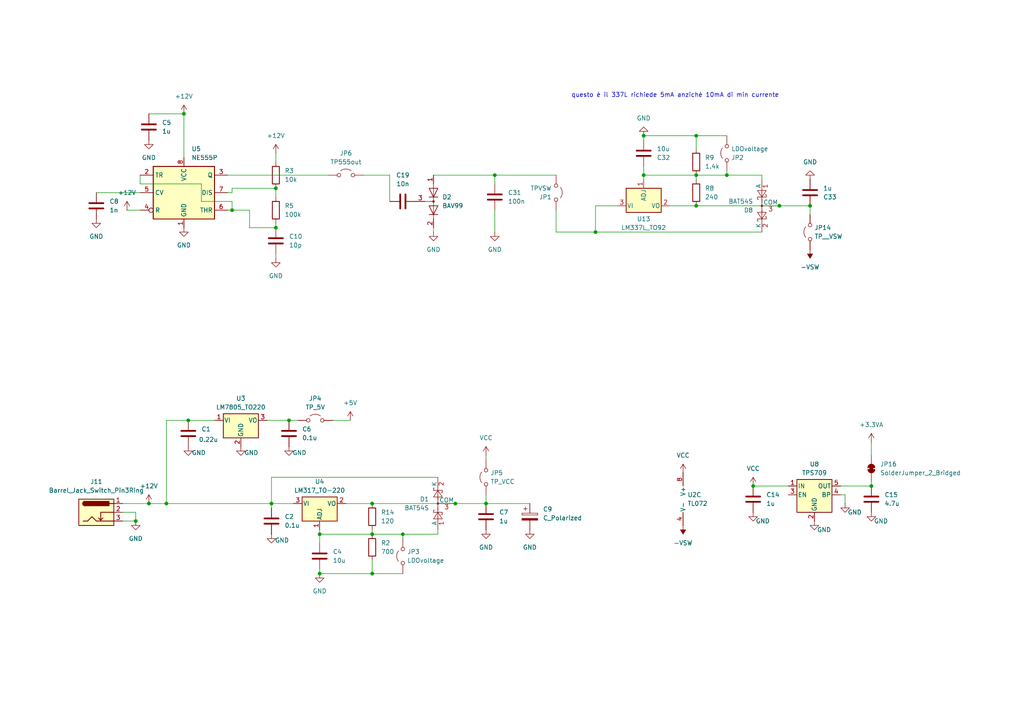
<source format=kicad_sch>
(kicad_sch (version 20231120) (generator "eeschema") (generator_version "8.0")
  (paper "A4")
  (title_block (rev "2"))
  (lib_symbols
    (symbol "Amplifier_Operational:TL072" (pin_names (offset 0.127))
      (property "Reference" "U" (at 0 5.08 0))
      (property "Value" "TL072" (at 0 -5.08 0))
      (symbol "TL072_1_1"
        (polyline (pts (xy -5.08 5.08) (xy 5.08 0) (xy -5.08 -5.08) (xy -5.08 5.08)) (stroke (width 0.254)) (fill (type background)))
        (pin output line (at 7.62 0 180) (length 2.54) (name "~") (number "1"))
        (pin input line (at -7.62 -2.54 0) (length 2.54) (name "-") (number "2"))
        (pin input line (at -7.62 2.54 0) (length 2.54) (name "+") (number "3"))
      )
      (symbol "TL072_2_1"
        (polyline (pts (xy -5.08 5.08) (xy 5.08 0) (xy -5.08 -5.08) (xy -5.08 5.08)) (stroke (width 0.254)) (fill (type background)))
        (pin input line (at -7.62 2.54 0) (length 2.54) (name "+") (number "5"))
        (pin input line (at -7.62 -2.54 0) (length 2.54) (name "-") (number "6"))
        (pin output line (at 7.62 0 180) (length 2.54) (name "~") (number "7"))
      )
      (symbol "TL072_3_1"
        (pin power_in line (at -2.54 -7.62 90) (length 3.81) (name "V-") (number "4"))
        (pin power_in line (at -2.54 7.62 270) (length 3.81) (name "V+") (number "8"))
      )
    )
    (symbol "Connector:Barrel_Jack_Switch_Pin3Ring" (pin_names hide)
      (property "Reference" "J" (at 0 5.334 0))
      (property "Value" "Barrel_Jack_Switch_Pin3Ring" (at 0 -5.08 0))
      (symbol "Barrel_Jack_Switch_Pin3Ring_0_1"
        (rectangle (start -5.08 3.81) (end 5.08 -3.81) (stroke (width 0.254)) (fill (type background)))
        (arc (start -3.302 3.175) (mid -3.9343 2.54) (end -3.302 1.905) (stroke (width 0.254)))
        (arc (start -3.302 3.175) (mid -3.9343 2.54) (end -3.302 1.905) (stroke (width 0.254)) (fill (type outline)))
        (polyline (pts (xy 1.27 -2.286) (xy 1.905 -1.651)) (stroke (width 0.254)))
        (polyline (pts (xy 5.08 2.54) (xy 3.81 2.54)) (stroke (width 0.254)))
        (polyline (pts (xy 5.08 0) (xy 1.27 0) (xy 1.27 -2.286) (xy 0.635 -1.651)) (stroke (width 0.254)))
        (polyline (pts (xy -3.81 -2.54) (xy -2.54 -2.54) (xy -1.27 -1.27) (xy 0 -2.54) (xy 2.54 -2.54) (xy 5.08 -2.54)) (stroke (width 0.254)))
        (rectangle (start 3.683 3.175) (end -3.302 1.905) (stroke (width 0.254)) (fill (type outline)))
      )
      (symbol "Barrel_Jack_Switch_Pin3Ring_1_1"
        (pin passive line (at 7.62 2.54 180) (length 2.54) (name "~") (number "1"))
        (pin passive line (at 7.62 0 180) (length 2.54) (name "~") (number "2"))
        (pin passive line (at 7.62 -2.54 180) (length 2.54) (name "~") (number "3"))
      )
    )
    (symbol "Device:C" (pin_numbers hide) (pin_names (offset 0.254))
      (property "Reference" "C" (at 0.635 2.54 0))
      (property "Value" "C" (at 0.635 -2.54 0))
      (symbol "C_0_1"
        (polyline (pts (xy -2.032 -0.762) (xy 2.032 -0.762)) (stroke (width 0.508)))
        (polyline (pts (xy -2.032 0.762) (xy 2.032 0.762)) (stroke (width 0.508)))
      )
      (symbol "C_1_1"
        (pin passive line (at 0 3.81 270) (length 2.794) (name "~") (number "1"))
        (pin passive line (at 0 -3.81 90) (length 2.794) (name "~") (number "2"))
      )
    )
    (symbol "Device:C_Polarized" (pin_numbers hide) (pin_names (offset 0.254))
      (property "Reference" "C" (at 0.635 2.54 0))
      (property "Value" "C_Polarized" (at 0.635 -2.54 0))
      (symbol "C_Polarized_0_1"
        (rectangle (start -2.286 0.508) (end 2.286 1.016))
        (polyline (pts (xy -1.778 2.286) (xy -0.762 2.286)))
        (polyline (pts (xy -1.27 2.794) (xy -1.27 1.778)))
        (rectangle (start 2.286 -0.508) (end -2.286 -1.016) (fill (type outline)))
      )
      (symbol "C_Polarized_1_1"
        (pin passive line (at 0 3.81 270) (length 2.794) (name "~") (number "1"))
        (pin passive line (at 0 -3.81 90) (length 2.794) (name "~") (number "2"))
      )
    )
    (symbol "Device:R" (pin_numbers hide) (pin_names (offset 0))
      (property "Reference" "R" (at 2.032 0 90))
      (property "Value" "R" (at 0 0 90))
      (symbol "R_0_1"
        (rectangle (start -1.016 -2.54) (end 1.016 2.54) (stroke (width 0.254)))
      )
      (symbol "R_1_1"
        (pin passive line (at 0 3.81 270) (length 1.27) (name "~") (number "1"))
        (pin passive line (at 0 -3.81 90) (length 1.27) (name "~") (number "2"))
      )
    )
    (symbol "Diode:BAT54S" (pin_names (offset 0))
      (property "Reference" "D" (at 2.54 -5.08 0))
      (property "Value" "BAT54S" (at -6.35 3.175 0))
      (symbol "BAT54S_0_1"
        (polyline (pts (xy -3.81 0) (xy -1.27 0)))
        (polyline (pts (xy -3.175 -1.27) (xy -3.175 -1.016)))
        (polyline (pts (xy -2.54 -1.27) (xy -3.175 -1.27)))
        (polyline (pts (xy -2.54 -1.27) (xy -2.54 1.27)))
        (polyline (pts (xy -2.54 1.27) (xy -1.905 1.27)))
        (polyline (pts (xy -1.905 0) (xy 1.905 0)))
        (polyline (pts (xy -1.905 1.27) (xy -1.905 1.016)))
        (polyline (pts (xy 1.27 0) (xy 3.81 0)))
        (polyline (pts (xy 3.175 -1.27) (xy 3.175 -1.016)))
        (polyline (pts (xy 3.81 -1.27) (xy 3.175 -1.27)))
        (polyline (pts (xy 3.81 -1.27) (xy 3.81 1.27)))
        (polyline (pts (xy 3.81 1.27) (xy 4.445 1.27)))
        (polyline (pts (xy 4.445 1.27) (xy 4.445 1.016)))
        (polyline (pts (xy -4.445 1.27) (xy -4.445 -1.27) (xy -2.54 0) (xy -4.445 1.27)))
        (polyline (pts (xy 1.905 1.27) (xy 1.905 -1.27) (xy 3.81 0) (xy 1.905 1.27)))
        (circle (center 0 0) (radius 0.254) (fill (type outline)))
      )
      (symbol "BAT54S_1_1"
        (pin passive line (at -7.62 0 0) (length 3.81) (name "A") (number "1"))
        (pin passive line (at 7.62 0 180) (length 3.81) (name "K") (number "2"))
        (pin passive line (at 0 -5.08 90) (length 5.08) (name "COM") (number "3"))
      )
    )
    (symbol "Diode:BAV99" (pin_names hide)
      (property "Reference" "D" (at 0 5.08 0))
      (property "Value" "BAV99" (at 0 2.54 0))
      (symbol "BAV99_0_1"
        (polyline (pts (xy -5.08 0) (xy 5.08 0)))
      )
      (symbol "BAV99_1_1"
        (polyline (pts (xy 0 0) (xy 0 -2.54)))
        (polyline (pts (xy -1.27 -1.27) (xy -1.27 1.27) (xy -1.27 1.27)) (stroke (width 0.2032)))
        (polyline (pts (xy 3.81 1.27) (xy 3.81 -1.27) (xy 3.81 -1.27)) (stroke (width 0.2032)))
        (polyline (pts (xy -3.81 1.27) (xy -1.27 0) (xy -3.81 -1.27) (xy -3.81 1.27) (xy -3.81 1.27) (xy -3.81 1.27)) (stroke (width 0.2032)))
        (polyline (pts (xy 1.27 1.27) (xy 3.81 0) (xy 1.27 -1.27) (xy 1.27 1.27) (xy 1.27 1.27) (xy 1.27 1.27)) (stroke (width 0.2032)))
        (circle (center 0 0) (radius 0.254) (fill (type outline)))
        (pin passive line (at -7.62 0 0) (length 2.54) (name "K") (number "1"))
        (pin passive line (at 7.62 0 180) (length 2.54) (name "A") (number "2"))
        (pin passive line (at 0 -5.08 90) (length 2.54) (name "K") (number "3"))
      )
    )
    (symbol "Jumper:Jumper_2_Open" (pin_numbers hide) (pin_names (offset 0) hide) (exclude_from_sim yes)
      (property "Reference" "JP" (at 0 2.794 0))
      (property "Value" "Jumper_2_Open" (at 0 -2.286 0))
      (symbol "Jumper_2_Open_0_0"
        (circle (center -2.032 0) (radius 0.508))
        (circle (center 2.032 0) (radius 0.508))
      )
      (symbol "Jumper_2_Open_0_1"
        (arc (start 1.524 1.27) (mid 0 1.778) (end -1.524 1.27))
      )
      (symbol "Jumper_2_Open_1_1"
        (pin passive line (at -5.08 0 0) (length 2.54) (name "A") (number "1"))
        (pin passive line (at 5.08 0 180) (length 2.54) (name "B") (number "2"))
      )
    )
    (symbol "Jumper:SolderJumper_2_Bridged" (pin_numbers hide) (pin_names (offset 0) hide) (exclude_from_sim yes) (in_bom no)
      (property "Reference" "JP" (at 0 2.032 0))
      (property "Value" "SolderJumper_2_Bridged" (at 0 -2.54 0))
      (symbol "SolderJumper_2_Bridged_0_1"
        (rectangle (start -0.508 0.508) (end 0.508 -0.508) (fill (type outline)))
        (arc (start -0.254 1.016) (mid -1.2656 0) (end -0.254 -1.016))
        (arc (start -0.254 1.016) (mid -1.2656 0) (end -0.254 -1.016) (fill (type outline)))
        (polyline (pts (xy -0.254 1.016) (xy -0.254 -1.016)))
        (polyline (pts (xy 0.254 1.016) (xy 0.254 -1.016)))
        (arc (start 0.254 -1.016) (mid 1.2656 0) (end 0.254 1.016))
        (arc (start 0.254 -1.016) (mid 1.2656 0) (end 0.254 1.016) (fill (type outline)))
      )
      (symbol "SolderJumper_2_Bridged_1_1"
        (pin passive line (at -3.81 0 0) (length 2.54) (name "A") (number "1"))
        (pin passive line (at 3.81 0 180) (length 2.54) (name "B") (number "2"))
      )
    )
    (symbol "Regulator_Linear:LM317_TO-220" (pin_names (offset 0.254))
      (property "Reference" "U" (at -3.81 3.175 0))
      (property "Value" "LM317_TO-220" (at 0 3.175 0))
      (symbol "LM317_TO-220_0_1"
        (rectangle (start -5.08 1.905) (end 5.08 -5.08) (stroke (width 0.254)) (fill (type background)))
      )
      (symbol "LM317_TO-220_1_1"
        (pin input line (at 0 -7.62 90) (length 2.54) (name "ADJ") (number "1"))
        (pin power_out line (at 7.62 0 180) (length 2.54) (name "VO") (number "2"))
        (pin power_in line (at -7.62 0 0) (length 2.54) (name "VI") (number "3"))
      )
    )
    (symbol "Regulator_Linear:LM337L_TO92" (pin_names (offset 0.254))
      (property "Reference" "U" (at -3.81 -3.175 0))
      (property "Value" "LM337L_TO92" (at 0 -3.175 0))
      (symbol "LM337L_TO92_0_1"
        (rectangle (start -5.08 5.08) (end 5.08 -1.905) (stroke (width 0.254)) (fill (type background)))
      )
      (symbol "LM337L_TO92_1_1"
        (pin input line (at 0 7.62 270) (length 2.54) (name "ADJ") (number "1"))
        (pin power_out line (at 7.62 0 180) (length 2.54) (name "VO") (number "2"))
        (pin power_in line (at -7.62 0 0) (length 2.54) (name "VI") (number "3"))
      )
    )
    (symbol "Regulator_Linear:LM7805_TO220" (pin_names (offset 0.254))
      (property "Reference" "U" (at -3.81 3.175 0))
      (property "Value" "LM7805_TO220" (at 0 3.175 0))
      (symbol "LM7805_TO220_0_1"
        (rectangle (start -5.08 1.905) (end 5.08 -5.08) (stroke (width 0.254)) (fill (type background)))
      )
      (symbol "LM7805_TO220_1_1"
        (pin power_in line (at -7.62 0 0) (length 2.54) (name "VI") (number "1"))
        (pin power_in line (at 0 -7.62 90) (length 2.54) (name "GND") (number "2"))
        (pin power_out line (at 7.62 0 180) (length 2.54) (name "VO") (number "3"))
      )
    )
    (symbol "Regulator_Linear:MIC5219-2.7YM5" (pin_names (offset 0.254))
      (property "Reference" "U" (at -3.81 5.715 0))
      (property "Value" "MIC5219-2.7YM5" (at 0 5.715 0))
      (symbol "MIC5219-2.7YM5_0_1"
        (rectangle (start -5.08 4.445) (end 5.08 -5.08) (stroke (width 0.254)) (fill (type background)))
      )
      (symbol "MIC5219-2.7YM5_1_1"
        (pin power_in line (at -7.62 2.54 0) (length 2.54) (name "IN") (number "1"))
        (pin power_in line (at 0 -7.62 90) (length 2.54) (name "GND") (number "2"))
        (pin input line (at -7.62 0 0) (length 2.54) (name "EN") (number "3"))
        (pin input line (at 7.62 0 180) (length 2.54) (name "BP") (number "4"))
        (pin power_out line (at 7.62 2.54 180) (length 2.54) (name "OUT") (number "5"))
      )
    )
    (symbol "Timer:NE555P"
      (property "Reference" "U" (at -10.16 8.89 0))
      (property "Value" "NE555P" (at 2.54 8.89 0))
      (symbol "NE555P_0_0"
        (pin power_in line (at 0 -10.16 90) (length 2.54) (name "GND") (number "1"))
        (pin power_in line (at 0 10.16 270) (length 2.54) (name "VCC") (number "8"))
      )
      (symbol "NE555P_0_1"
        (rectangle (start -8.89 -7.62) (end 8.89 7.62) (stroke (width 0.254)) (fill (type background)))
        (rectangle (start -8.89 -7.62) (end 8.89 7.62) (stroke (width 0.254)) (fill (type background)))
      )
      (symbol "NE555P_1_1"
        (pin input line (at -12.7 5.08 0) (length 3.81) (name "TR") (number "2"))
        (pin output line (at 12.7 5.08 180) (length 3.81) (name "Q") (number "3"))
        (pin input inverted (at -12.7 -5.08 0) (length 3.81) (name "R") (number "4"))
        (pin input line (at -12.7 0 0) (length 3.81) (name "CV") (number "5"))
        (pin input line (at 12.7 -5.08 180) (length 3.81) (name "THR") (number "6"))
        (pin input line (at 12.7 0 180) (length 3.81) (name "DIS") (number "7"))
      )
    )
    (symbol "power:+12V" (power) (pin_numbers hide) (pin_names (offset 0) hide)
      (property "Value" "+12V" (at 0 3.556 0))
      (symbol "+12V_0_1"
        (polyline (pts (xy -0.762 1.27) (xy 0 2.54)))
        (polyline (pts (xy 0 0) (xy 0 2.54)))
        (polyline (pts (xy 0 2.54) (xy 0.762 1.27)))
      )
      (symbol "+12V_1_1"
        (pin power_in line (at 0 0 90) (length 0) (name "~") (number "1"))
      )
    )
    (symbol "power:+3.3VA" (power) (pin_numbers hide) (pin_names (offset 0) hide)
      (property "Value" "+3.3VA" (at 0 3.556 0))
      (symbol "+3.3VA_0_1"
        (polyline (pts (xy -0.762 1.27) (xy 0 2.54)))
        (polyline (pts (xy 0 0) (xy 0 2.54)))
        (polyline (pts (xy 0 2.54) (xy 0.762 1.27)))
      )
      (symbol "+3.3VA_1_1"
        (pin power_in line (at 0 0 90) (length 0) (name "~") (number "1"))
      )
    )
    (symbol "power:+5V" (power) (pin_numbers hide) (pin_names (offset 0) hide)
      (property "Value" "+5V" (at 0 3.556 0))
      (symbol "+5V_0_1"
        (polyline (pts (xy -0.762 1.27) (xy 0 2.54)))
        (polyline (pts (xy 0 0) (xy 0 2.54)))
        (polyline (pts (xy 0 2.54) (xy 0.762 1.27)))
      )
      (symbol "+5V_1_1"
        (pin power_in line (at 0 0 90) (length 0) (name "~") (number "1"))
      )
    )
    (symbol "power:-VSW" (power) (pin_numbers hide) (pin_names (offset 0) hide)
      (property "Value" "-VSW" (at 0 3.556 0))
      (symbol "-VSW_0_0"
        (pin power_in line (at 0 0 90) (length 0) (name "~") (number "1"))
      )
      (symbol "-VSW_0_1"
        (polyline (pts (xy 0 0) (xy 0 1.27) (xy 0.762 1.27) (xy 0 2.54) (xy -0.762 1.27) (xy 0 1.27)) (fill (type outline)))
      )
    )
    (symbol "power:GND" (power) (pin_numbers hide) (pin_names (offset 0) hide)
      (property "Value" "GND" (at 0 -3.81 0))
      (symbol "GND_0_1"
        (polyline (pts (xy 0 0) (xy 0 -1.27) (xy 1.27 -1.27) (xy 0 -2.54) (xy -1.27 -1.27) (xy 0 -1.27)))
      )
      (symbol "GND_1_1"
        (pin power_in line (at 0 0 270) (length 0) (name "~") (number "1"))
      )
    )
    (symbol "power:VCC" (power) (pin_numbers hide) (pin_names (offset 0) hide)
      (property "Value" "VCC" (at 0 3.556 0))
      (symbol "VCC_0_1"
        (polyline (pts (xy -0.762 1.27) (xy 0 2.54)))
        (polyline (pts (xy 0 0) (xy 0 2.54)))
        (polyline (pts (xy 0 2.54) (xy 0.762 1.27)))
      )
      (symbol "VCC_1_1"
        (pin power_in line (at 0 0 90) (length 0) (name "~") (number "1"))
      )
    )
  )
  (junction (at 80.01 66.04))
  (junction (at 201.93 59.69))
  (junction (at 201.93 50.8))
  (junction (at 80.01 54.61))
  (junction (at 186.69 39.37))
  (junction (at 107.95 154.94))
  (junction (at 92.71 154.94))
  (junction (at 107.95 146.05))
  (junction (at 48.26 146.05))
  (junction (at 92.71 166.37))
  (junction (at 67.31 60.96))
  (junction (at 186.69 50.8))
  (junction (at 140.97 146.05))
  (junction (at 107.95 166.37))
  (junction (at 143.51 50.8))
  (junction (at 132.08 146.05))
  (junction (at 78.74 146.05))
  (junction (at 252.73 140.97))
  (junction (at 116.84 154.94))
  (junction (at 39.37 151.13))
  (junction (at 54.61 121.92))
  (junction (at 43.18 146.05))
  (junction (at 53.34 33.02))
  (junction (at 201.93 39.37))
  (junction (at 172.72 67.31))
  (junction (at 234.95 59.69))
  (junction (at 218.44 140.97))
  (junction (at 210.82 50.8))
  (junction (at 226.06 59.69))
  (junction (at 83.82 121.92))
  (wire (pts (xy 67.31 58.42) (xy 67.31 60.96)))
  (wire (pts (xy 39.37 148.59) (xy 39.37 151.13)))
  (wire (pts (xy 48.26 121.92) (xy 54.61 121.92)))
  (wire (pts (xy 210.82 50.8) (xy 210.82 49.53)))
  (wire (pts (xy 80.01 44.45) (xy 80.01 46.99)))
  (wire (pts (xy 201.93 39.37) (xy 210.82 39.37)))
  (wire (pts (xy 140.97 146.05) (xy 153.67 146.05)))
  (wire (pts (xy 35.56 151.13) (xy 39.37 151.13)))
  (wire (pts (xy 35.56 146.05) (xy 43.18 146.05)))
  (wire (pts (xy 132.08 146.05) (xy 140.97 146.05)))
  (wire (pts (xy 83.82 121.92) (xy 86.36 121.92)))
  (wire (pts (xy 58.42 58.42) (xy 67.31 58.42)))
  (wire (pts (xy 92.71 153.67) (xy 92.71 154.94)))
  (wire (pts (xy 186.69 50.8) (xy 201.93 50.8)))
  (wire (pts (xy 43.18 33.02) (xy 53.34 33.02)))
  (wire (pts (xy 96.52 121.92) (xy 101.6 121.92)))
  (wire (pts (xy 127 138.43) (xy 78.74 138.43)))
  (wire (pts (xy 161.29 67.31) (xy 172.72 67.31)))
  (wire (pts (xy 186.69 50.8) (xy 186.69 48.26)))
  (wire (pts (xy 67.31 54.61) (xy 80.01 54.61)))
  (wire (pts (xy 201.93 50.8) (xy 201.93 52.07)))
  (wire (pts (xy 77.47 121.92) (xy 83.82 121.92)))
  (wire (pts (xy 67.31 60.96) (xy 72.39 60.96)))
  (wire (pts (xy 161.29 50.8) (xy 143.51 50.8)))
  (wire (pts (xy 125.73 50.8) (xy 143.51 50.8)))
  (wire (pts (xy 72.39 66.04) (xy 80.01 66.04)))
  (wire (pts (xy 127 154.94) (xy 127 153.67)))
  (wire (pts (xy 243.84 143.51) (xy 245.11 143.51)))
  (wire (pts (xy 53.34 33.02) (xy 53.34 45.72)))
  (wire (pts (xy 143.51 60.96) (xy 143.51 67.31)))
  (wire (pts (xy 201.93 43.18) (xy 201.93 39.37)))
  (wire (pts (xy 201.93 50.8) (xy 210.82 50.8)))
  (wire (pts (xy 48.26 146.05) (xy 78.74 146.05)))
  (wire (pts (xy 172.72 67.31) (xy 172.72 59.69)))
  (wire (pts (xy 220.98 67.31) (xy 172.72 67.31)))
  (wire (pts (xy 80.01 73.66) (xy 80.01 74.93)))
  (wire (pts (xy 125.73 66.04) (xy 125.73 67.31)))
  (wire (pts (xy 172.72 59.69) (xy 179.07 59.69)))
  (wire (pts (xy 72.39 60.96) (xy 72.39 66.04)))
  (wire (pts (xy 186.69 52.07) (xy 186.69 50.8)))
  (wire (pts (xy 78.74 146.05) (xy 78.74 147.32)))
  (wire (pts (xy 54.61 121.92) (xy 62.23 121.92)))
  (wire (pts (xy 80.01 54.61) (xy 80.01 57.15)))
  (wire (pts (xy 107.95 154.94) (xy 107.95 153.67)))
  (wire (pts (xy 252.73 128.27) (xy 252.73 132.08)))
  (wire (pts (xy 48.26 121.92) (xy 48.26 146.05)))
  (wire (pts (xy 218.44 140.97) (xy 228.6 140.97)))
  (wire (pts (xy 194.31 59.69) (xy 201.93 59.69)))
  (wire (pts (xy 107.95 162.56) (xy 107.95 166.37)))
  (wire (pts (xy 140.97 132.08) (xy 140.97 133.35)))
  (wire (pts (xy 220.98 50.8) (xy 220.98 52.07)))
  (wire (pts (xy 116.84 154.94) (xy 116.84 156.21)))
  (wire (pts (xy 92.71 154.94) (xy 107.95 154.94)))
  (wire (pts (xy 100.33 146.05) (xy 107.95 146.05)))
  (wire (pts (xy 161.29 60.96) (xy 161.29 67.31)))
  (wire (pts (xy 234.95 62.23) (xy 234.95 59.69)))
  (wire (pts (xy 66.04 55.88) (xy 67.31 55.88)))
  (wire (pts (xy 107.95 166.37) (xy 116.84 166.37)))
  (wire (pts (xy 78.74 146.05) (xy 85.09 146.05)))
  (wire (pts (xy 201.93 59.69) (xy 226.06 59.69)))
  (wire (pts (xy 245.11 143.51) (xy 245.11 146.05)))
  (wire (pts (xy 226.06 59.69) (xy 234.95 59.69)))
  (wire (pts (xy 67.31 55.88) (xy 67.31 54.61)))
  (wire (pts (xy 140.97 143.51) (xy 140.97 146.05)))
  (wire (pts (xy 113.03 50.8) (xy 113.03 58.42)))
  (wire (pts (xy 78.74 138.43) (xy 78.74 146.05)))
  (wire (pts (xy 105.41 50.8) (xy 113.03 50.8)))
  (wire (pts (xy 66.04 60.96) (xy 67.31 60.96)))
  (wire (pts (xy 92.71 154.94) (xy 92.71 157.48)))
  (wire (pts (xy 243.84 140.97) (xy 252.73 140.97)))
  (wire (pts (xy 66.04 50.8) (xy 95.25 50.8)))
  (wire (pts (xy 186.69 40.64) (xy 186.69 39.37)))
  (wire (pts (xy 58.42 53.34) (xy 58.42 58.42)))
  (wire (pts (xy 40.64 50.8) (xy 40.64 53.34)))
  (wire (pts (xy 43.18 146.05) (xy 48.26 146.05)))
  (wire (pts (xy 107.95 146.05) (xy 132.08 146.05)))
  (wire (pts (xy 107.95 154.94) (xy 116.84 154.94)))
  (wire (pts (xy 210.82 50.8) (xy 220.98 50.8)))
  (wire (pts (xy 143.51 50.8) (xy 143.51 53.34)))
  (wire (pts (xy 40.64 53.34) (xy 58.42 53.34)))
  (wire (pts (xy 92.71 166.37) (xy 107.95 166.37)))
  (wire (pts (xy 36.83 60.96) (xy 40.64 60.96)))
  (wire (pts (xy 35.56 148.59) (xy 39.37 148.59)))
  (wire (pts (xy 27.94 55.88) (xy 40.64 55.88)))
  (wire (pts (xy 92.71 165.1) (xy 92.71 166.37)))
  (wire (pts (xy 186.69 39.37) (xy 201.93 39.37)))
  (wire (pts (xy 116.84 154.94) (xy 127 154.94)))
  (wire (pts (xy 80.01 66.04) (xy 80.01 64.77)))
  (wire (pts (xy 252.73 139.7) (xy 252.73 140.97)))
  (text "questo è il 337L richiede 5mA anzichè 10mA di min currente" (at 195.834 27.686 0) (effects (font (size 1.27 1.27))))
  (symbol (lib_id "power:GND") (at 252.73 148.59 0) (unit 1)
    (property "Reference" "#PWR044" (effects (hide yes)))
    (property "Value" "GND" (at 255.524 151.13 0))
    (property "Description" "Power symbol creates a global label with name \"GND\" , ground" (effects (hide yes)))
  )
  (symbol (lib_id "power:GND") (at 39.37 151.13 0) (unit 1)
    (property "Reference" "#PWR0110" (effects (hide yes)))
    (property "Value" "GND" (at 39.37 156.21 0))
    (property "Description" "Power symbol creates a global label with name \"GND\" , ground" (effects (hide yes)))
  )
  (symbol (lib_id "Device:C") (at 80.01 69.85 0) (unit 1)
    (property "Reference" "C10" (at 83.82 68.5799 0) (effects (justify left)))
    (property "Value" "10p" (at 83.82 71.1199 0) (effects (justify left)))
    (property "Footprint" "Capacitor_SMD:C_0805_2012Metric_Pad1.18x1.45mm_HandSolder" (effects (hide yes)))
    (property "Description" "Unpolarized capacitor" (effects (hide yes)))
  )
  (symbol (lib_id "power:VCC") (at 218.44 140.97 0) (unit 1)
    (property "Reference" "#PWR04" (effects (hide yes)))
    (property "Value" "VCC" (at 218.44 135.89 0))
    (property "Description" "Power symbol creates a global label with name \"VCC\"" (effects (hide yes)))
  )
  (symbol (lib_id "power:GND") (at 143.51 67.31 0) (unit 1)
    (property "Reference" "#PWR0100" (effects (hide yes)))
    (property "Value" "GND" (at 143.51 72.39 0))
    (property "Description" "Power symbol creates a global label with name \"GND\" , ground" (effects (hide yes)))
  )
  (symbol (lib_id "Device:C") (at 78.74 151.13 0) (unit 1)
    (property "Reference" "C2" (at 82.55 149.8599 0) (effects (justify left)))
    (property "Value" "0.1u" (at 82.55 152.3999 0) (effects (justify left)))
    (property "Footprint" "Capacitor_SMD:C_0805_2012Metric_Pad1.18x1.45mm_HandSolder" (effects (hide yes)))
    (property "Description" "Unpolarized capacitor" (effects (hide yes)))
  )
  (symbol (lib_id "Device:C") (at 27.94 59.69 0) (unit 1)
    (property "Reference" "C8" (at 31.75 58.4199 0) (effects (justify left)))
    (property "Value" "1n" (at 31.75 60.9599 0) (effects (justify left)))
    (property "Footprint" "Capacitor_SMD:C_0805_2012Metric_Pad1.18x1.45mm_HandSolder" (effects (hide yes)))
    (property "Description" "Unpolarized capacitor" (effects (hide yes)))
  )
  (symbol (lib_id "Device:R") (at 107.95 149.86 0) (unit 1)
    (property "Reference" "R14" (at 110.49 148.5899 0) (effects (justify left)))
    (property "Value" "120	" (at 110.49 151.1299 0) (effects (justify left)))
    (property "Footprint" "Resistor_SMD:R_0805_2012Metric_Pad1.20x1.40mm_HandSolder" (effects (hide yes)))
    (property "Description" "Resistor" (effects (hide yes)))
  )
  (symbol (lib_id "Regulator_Linear:MIC5219-2.7YM5") (at 236.22 143.51 0) (unit 1)
    (property "Reference" "U8" (at 236.22 134.62 0))
    (property "Value" "TPS709" (at 236.22 137.16 0))
    (property "Footprint" "Package_TO_SOT_SMD:SOT-23-5_HandSoldering" (effects (hide yes)))
    (property "Datasheet" "http://ww1.microchip.com/downloads/en/DeviceDoc/MIC5219-500mA-Peak-Output-LDO-Regulator-DS20006021A.pdf" (effects (hide yes)))
    (property "Description" "500mA low dropout linear regulator, fixed 2.7V output, SOT-23-5" (effects (hide yes)))
  )
  (symbol (lib_id "Device:C") (at 234.95 55.88 0) (mirror x) (unit 1)
    (property "Reference" "C33" (at 238.76 57.1501 0) (effects (justify left)))
    (property "Value" "1u" (at 238.76 54.6101 0) (effects (justify left)))
    (property "Footprint" "Capacitor_SMD:C_0805_2012Metric_Pad1.18x1.45mm_HandSolder" (effects (hide yes)))
    (property "Description" "Unpolarized capacitor" (effects (hide yes)))
  )
  (symbol (lib_id "Amplifier_Operational:TL072") (at 200.66 144.78 0) (unit 3)
    (property "Reference" "U2" (at 199.39 143.5099 0) (effects (justify left)))
    (property "Value" "TL072" (at 199.39 146.0499 0) (effects (justify left)))
    (property "Footprint" "Package_DIP:DIP-8_W7.62mm_Socket" (effects (hide yes)))
    (property "Datasheet" "http://www.ti.com/lit/ds/symlink/tl071.pdf" (effects (hide yes)))
    (property "Description" "Dual Low-Noise JFET-Input Operational Amplifiers, DIP-8/SOIC-8" (effects (hide yes)))
  )
  (symbol (lib_id "Device:R") (at 107.95 158.75 0) (unit 1)
    (property "Reference" "R2" (at 110.49 157.4799 0) (effects (justify left)))
    (property "Value" "700" (at 110.49 160.0199 0) (effects (justify left)))
    (property "Footprint" "Resistor_SMD:R_0805_2012Metric_Pad1.20x1.40mm_HandSolder" (effects (hide yes)))
    (property "Description" "Resistor" (effects (hide yes)))
  )
  (symbol (lib_id "Device:C_Polarized") (at 153.67 149.86 0) (unit 1)
    (property "Reference" "C9" (at 157.48 147.7009 0) (effects (justify left)))
    (property "Value" "C_Polarized" (at 157.48 150.2409 0) (effects (justify left)))
    (property "Footprint" "Capacitor_THT:C_Radial_D5.0mm_H11.0mm_P2.00mm" (effects (hide yes)))
    (property "Description" "Polarized capacitor" (effects (hide yes)))
  )
  (symbol (lib_id "Device:C") (at 116.84 58.42 90) (unit 1)
    (property "Reference" "C19" (at 116.84 50.8 90))
    (property "Value" "10n" (at 116.84 53.34 90))
    (property "Footprint" "Capacitor_SMD:C_0805_2012Metric_Pad1.18x1.45mm_HandSolder" (effects (hide yes)))
    (property "Description" "Unpolarized capacitor" (effects (hide yes)))
  )
  (symbol (lib_id "power:GND") (at 53.34 66.04 0) (unit 1)
    (property "Reference" "#PWR097" (effects (hide yes)))
    (property "Value" "GND" (at 53.34 71.12 0))
    (property "Description" "Power symbol creates a global label with name \"GND\" , ground" (effects (hide yes)))
  )
  (symbol (lib_id "Regulator_Linear:LM317_TO-220") (at 92.71 146.05 0) (unit 1)
    (property "Reference" "U4" (at 92.71 139.7 0))
    (property "Value" "LM317_TO-220" (at 92.71 142.24 0))
    (property "Footprint" "Package_TO_SOT_THT:TO-220-3_Vertical" (effects (hide yes)))
    (property "Datasheet" "http://www.ti.com/lit/ds/symlink/lm317.pdf" (effects (hide yes)))
    (property "Description" "1.5A 35V Adjustable Linear Regulator, TO-220" (effects (hide yes)))
  )
  (symbol (lib_id "power:GND") (at 140.97 153.67 0) (unit 1)
    (property "Reference" "#PWR024" (effects (hide yes)))
    (property "Value" "GND" (at 140.97 158.75 0))
    (property "Description" "Power symbol creates a global label with name \"GND\" , ground" (effects (hide yes)))
  )
  (symbol (lib_id "Device:C") (at 143.51 57.15 0) (unit 1)
    (property "Reference" "C31" (at 147.32 55.8799 0) (effects (justify left)))
    (property "Value" "100n" (at 147.32 58.4199 0) (effects (justify left)))
    (property "Footprint" "Capacitor_SMD:C_0805_2012Metric_Pad1.18x1.45mm_HandSolder" (effects (hide yes)))
    (property "Description" "Unpolarized capacitor" (effects (hide yes)))
  )
  (symbol (lib_id "power:VCC") (at 198.12 137.16 0) (unit 1)
    (property "Reference" "#PWR012" (effects (hide yes)))
    (property "Value" "VCC" (at 198.12 132.08 0))
    (property "Description" "Power symbol creates a global label with name \"VCC\"" (effects (hide yes)))
  )
  (symbol (lib_id "power:GND") (at 69.85 129.54 0) (unit 1)
    (property "Reference" "#PWR08" (effects (hide yes)))
    (property "Value" "GND" (at 72.898 131.318 0))
    (property "Description" "Power symbol creates a global label with name \"GND\" , ground" (effects (hide yes)))
  )
  (symbol (lib_id "Device:C") (at 43.18 36.83 0) (unit 1)
    (property "Reference" "C5" (at 46.99 35.5599 0) (effects (justify left)))
    (property "Value" "1u" (at 46.99 38.0999 0) (effects (justify left)))
    (property "Footprint" "Capacitor_SMD:C_0805_2012Metric_Pad1.18x1.45mm_HandSolder" (effects (hide yes)))
    (property "Description" "Unpolarized capacitor" (effects (hide yes)))
  )
  (symbol (lib_id "Diode:BAV99") (at 125.73 58.42 270) (unit 1)
    (property "Reference" "D2" (at 128.27 57.1499 90) (effects (justify left)))
    (property "Value" "BAV99" (at 128.27 59.6899 90) (effects (justify left)))
    (property "Footprint" "Package_TO_SOT_SMD:SOT-23_Handsoldering" (effects (hide yes)))
    (property "Datasheet" "https://assets.nexperia.com/documents/data-sheet/BAV99_SER.pdf" (effects (hide yes)))
    (property "Description" "BAV99 High-speed switching diodes, SOT-23" (effects (hide yes)))
  )
  (symbol (lib_id "Connector:Barrel_Jack_Switch_Pin3Ring") (at 27.94 148.59 0) (unit 1)
    (property "Reference" "J11" (at 27.94 139.7 0))
    (property "Value" "Barrel_Jack_Switch_Pin3Ring" (at 27.94 142.24 0))
    (property "Footprint" "Connector_BarrelJack:BarrelJack_Kycon_KLDX-0202-xC_Horizontal" (effects (hide yes)))
    (property "Description" "DC Barrel Jack with an internal switch" (effects (hide yes)))
  )
  (symbol (lib_id "power:+12V") (at 36.83 60.96 0) (unit 1)
    (property "Reference" "#PWR028" (effects (hide yes)))
    (property "Value" "+12V" (at 36.83 55.88 0))
    (property "Description" "Power symbol creates a global label with name \"+12V\"" (effects (hide yes)))
  )
  (symbol (lib_id "power:+3.3VA") (at 252.73 128.27 0) (unit 1)
    (property "Reference" "#PWR051" (effects (hide yes)))
    (property "Value" "+3.3VA" (at 252.73 123.19 0))
    (property "Description" "Power symbol creates a global label with name \"+3.3VA\"" (effects (hide yes)))
  )
  (symbol (lib_id "Regulator_Linear:LM337L_TO92") (at 186.69 59.69 0) (unit 1)
    (property "Reference" "U13" (at 186.69 63.5 0))
    (property "Value" "LM337L_TO92" (at 186.69 66.04 0))
    (property "Footprint" "Package_TO_SOT_THT:TO-92" (effects (hide yes)))
    (property "Datasheet" "http://www.ti.com/lit/ds/symlink/lm337l.pdf" (effects (hide yes)))
    (property "Description" "Negative 100mA 35V Adjustable Linear Regulator, TO-92" (effects (hide yes)))
  )
  (symbol (lib_id "power:+12V") (at 53.34 33.02 0) (unit 1)
    (property "Reference" "#PWR014" (effects (hide yes)))
    (property "Value" "+12V" (at 53.34 27.94 0))
    (property "Description" "Power symbol creates a global label with name \"+12V\"" (effects (hide yes)))
  )
  (symbol (lib_id "power:GND") (at 218.44 148.59 0) (unit 1)
    (property "Reference" "#PWR050" (effects (hide yes)))
    (property "Value" "GND" (at 221.234 151.13 0))
    (property "Description" "Power symbol creates a global label with name \"GND\" , ground" (effects (hide yes)))
  )
  (symbol (lib_id "power:+12V") (at 80.01 44.45 0) (unit 1)
    (property "Reference" "#PWR096" (effects (hide yes)))
    (property "Value" "+12V" (at 80.01 39.37 0))
    (property "Description" "Power symbol creates a global label with name \"+12V\"" (effects (hide yes)))
  )
  (symbol (lib_id "Jumper:Jumper_2_Open") (at 210.82 44.45 90) (mirror x) (unit 1) (exclude_from_sim yes)
    (property "Reference" "JP2" (at 212.09 45.7201 90) (effects (justify right)))
    (property "Value" "LDOvoltage" (at 212.09 43.1801 90) (effects (justify right)))
    (property "Footprint" "Connector_PinSocket_2.54mm:PinSocket_1x02_P2.54mm_Vertical" (effects (hide yes)))
    (property "Description" "Jumper, 2-pole, open" (effects (hide yes)))
  )
  (symbol (lib_id "power:VCC") (at 140.97 132.08 0) (unit 1)
    (property "Reference" "#PWR02" (effects (hide yes)))
    (property "Value" "VCC" (at 140.97 127 0))
    (property "Description" "Power symbol creates a global label with name \"VCC\"" (effects (hide yes)))
  )
  (symbol (lib_id "Jumper:Jumper_2_Open") (at 234.95 67.31 90) (mirror x) (unit 1) (exclude_from_sim yes)
    (property "Reference" "JP14" (at 236.22 66.0399 90) (effects (justify right)))
    (property "Value" "TP__VSW" (at 236.22 68.5799 90) (effects (justify right)))
    (property "Footprint" "Connector_PinSocket_2.54mm:PinSocket_1x02_P2.54mm_Vertical" (effects (hide yes)))
    (property "Description" "Jumper, 2-pole, open" (effects (hide yes)))
  )
  (symbol (lib_id "power:+5V") (at 101.6 121.92 0) (unit 1)
    (property "Reference" "#PWR09" (effects (hide yes)))
    (property "Value" "+5V" (at 101.6 116.84 0))
    (property "Description" "Power symbol creates a global label with name \"+5V\"" (effects (hide yes)))
  )
  (symbol (lib_id "Jumper:Jumper_2_Open") (at 91.44 121.92 0) (unit 1) (exclude_from_sim yes)
    (property "Reference" "JP4" (at 91.44 115.57 0))
    (property "Value" "TP_5V" (at 91.44 118.11 0))
    (property "Footprint" "Connector_PinSocket_2.54mm:PinSocket_1x02_P2.54mm_Vertical" (effects (hide yes)))
    (property "Description" "Jumper, 2-pole, open" (effects (hide yes)))
  )
  (symbol (lib_id "Device:C") (at 252.73 144.78 0) (unit 1)
    (property "Reference" "C15" (at 256.54 143.5099 0) (effects (justify left)))
    (property "Value" "4.7u" (at 256.54 146.0499 0) (effects (justify left)))
    (property "Footprint" "Capacitor_SMD:C_0805_2012Metric_Pad1.18x1.45mm_HandSolder" (effects (hide yes)))
    (property "Description" "Unpolarized capacitor" (effects (hide yes)))
  )
  (symbol (lib_id "power:GND") (at 236.22 151.13 0) (unit 1)
    (property "Reference" "#PWR048" (effects (hide yes)))
    (property "Value" "GND" (at 239.014 153.67 0))
    (property "Description" "Power symbol creates a global label with name \"GND\" , ground" (effects (hide yes)))
  )
  (symbol (lib_id "Device:C") (at 83.82 125.73 0) (unit 1)
    (property "Reference" "C6" (at 87.63 124.4599 0) (effects (justify left)))
    (property "Value" "0.1u" (at 87.63 126.9999 0) (effects (justify left)))
    (property "Footprint" "Capacitor_SMD:C_0805_2012Metric_Pad1.18x1.45mm_HandSolder" (effects (hide yes)))
    (property "Description" "Unpolarized capacitor" (effects (hide yes)))
  )
  (symbol (lib_id "Jumper:SolderJumper_2_Bridged") (at 252.73 135.89 90) (unit 1) (exclude_from_sim yes) (in_bom no)
    (property "Reference" "JP16" (at 255.27 134.6199 90) (effects (justify right)))
    (property "Value" "SolderJumper_2_Bridged" (at 255.27 137.1599 90) (effects (justify right)))
    (property "Footprint" "Jumper:SolderJumper-2_P1.3mm_Bridged_RoundedPad1.0x1.5mm" (effects (hide yes)))
    (property "Description" "Solder Jumper, 2-pole, closed/bridged" (effects (hide yes)))
  )
  (symbol (lib_id "power:GND") (at 92.71 166.37 0) (unit 1)
    (property "Reference" "#PWR03" (effects (hide yes)))
    (property "Value" "GND" (at 92.71 171.45 0))
    (property "Description" "Power symbol creates a global label with name \"GND\" , ground" (effects (hide yes)))
  )
  (symbol (lib_id "power:-VSW") (at 234.95 72.39 180) (unit 1)
    (property "Reference" "#PWR0101" (effects (hide yes)))
    (property "Value" "-VSW" (at 234.95 77.47 0))
    (property "Description" "Power symbol creates a global label with name \"-VSW\"" (effects (hide yes)))
  )
  (symbol (lib_id "power:-VSW") (at 198.12 152.4 180) (unit 1)
    (property "Reference" "#PWR013" (effects (hide yes)))
    (property "Value" "-VSW" (at 198.12 157.48 0))
    (property "Description" "Power symbol creates a global label with name \"-VSW\"" (effects (hide yes)))
  )
  (symbol (lib_id "power:GND") (at 245.11 146.05 0) (unit 1)
    (property "Reference" "#PWR0103" (effects (hide yes)))
    (property "Value" "GND" (at 247.904 148.59 0))
    (property "Description" "Power symbol creates a global label with name \"GND\" , ground" (effects (hide yes)))
  )
  (symbol (lib_id "Device:C") (at 186.69 44.45 0) (mirror x) (unit 1)
    (property "Reference" "C32" (at 190.5 45.7201 0) (effects (justify left)))
    (property "Value" "10u" (at 190.5 43.1801 0) (effects (justify left)))
    (property "Footprint" "Capacitor_SMD:C_0805_2012Metric_Pad1.18x1.45mm_HandSolder" (effects (hide yes)))
    (property "Description" "Unpolarized capacitor" (effects (hide yes)))
  )
  (symbol (lib_id "Device:R") (at 80.01 50.8 0) (unit 1)
    (property "Reference" "R3" (at 82.55 49.5299 0) (effects (justify left)))
    (property "Value" "10k" (at 82.55 52.0699 0) (effects (justify left)))
    (property "Footprint" "Resistor_SMD:R_0805_2012Metric_Pad1.20x1.40mm_HandSolder" (effects (hide yes)))
    (property "Description" "Resistor" (effects (hide yes)))
  )
  (symbol (lib_id "Jumper:Jumper_2_Open") (at 161.29 55.88 270) (unit 1) (exclude_from_sim yes)
    (property "Reference" "JP1" (at 160.02 57.1501 90) (effects (justify right)))
    (property "Value" "TPVSW" (at 160.02 54.6101 90) (effects (justify right)))
    (property "Footprint" "Connector_PinSocket_2.54mm:PinSocket_1x02_P2.54mm_Vertical" (effects (hide yes)))
    (property "Description" "Jumper, 2-pole, open" (effects (hide yes)))
  )
  (symbol (lib_id "Jumper:Jumper_2_Open") (at 116.84 161.29 90) (unit 1) (exclude_from_sim yes)
    (property "Reference" "JP3" (at 118.11 160.0199 90) (effects (justify right)))
    (property "Value" "LDOvoltage" (at 118.11 162.5599 90) (effects (justify right)))
    (property "Footprint" "Connector_PinSocket_2.54mm:PinSocket_1x02_P2.54mm_Vertical" (effects (hide yes)))
    (property "Description" "Jumper, 2-pole, open" (effects (hide yes)))
  )
  (symbol (lib_id "power:GND") (at 125.73 67.31 0) (unit 1)
    (property "Reference" "#PWR099" (effects (hide yes)))
    (property "Value" "GND" (at 125.73 72.39 0))
    (property "Description" "Power symbol creates a global label with name \"GND\" , ground" (effects (hide yes)))
  )
  (symbol (lib_id "Device:C") (at 218.44 144.78 0) (unit 1)
    (property "Reference" "C14" (at 222.25 143.5099 0) (effects (justify left)))
    (property "Value" "1u" (at 222.25 146.0499 0) (effects (justify left)))
    (property "Footprint" "Capacitor_SMD:C_0805_2012Metric_Pad1.18x1.45mm_HandSolder" (effects (hide yes)))
    (property "Description" "Unpolarized capacitor" (effects (hide yes)))
  )
  (symbol (lib_id "Diode:BAT54S") (at 127 146.05 90) (unit 1)
    (property "Reference" "D1" (at 124.46 144.7799 90) (effects (justify left)))
    (property "Value" "BAT54S" (at 124.46 147.3199 90) (effects (justify left)))
    (property "Footprint" "Package_TO_SOT_SMD:SOT-23" (effects (hide yes)))
    (property "Datasheet" "https://www.diodes.com/assets/Datasheets/ds11005.pdf" (effects (hide yes)))
    (property "Description" "Vr 30V, If 200mA, Dual schottky barrier diode, in series, SOT-323" (effects (hide yes)))
  )
  (symbol (lib_id "Regulator_Linear:LM7805_TO220") (at 69.85 121.92 0) (unit 1)
    (property "Reference" "U3" (at 69.85 115.57 0))
    (property "Value" "LM7805_TO220" (at 69.85 118.11 0))
    (property "Footprint" "Package_TO_SOT_THT:TO-220-3_Vertical" (effects (hide yes)))
    (property "Datasheet" "https://www.onsemi.cn/PowerSolutions/document/MC7800-D.PDF" (effects (hide yes)))
    (property "Description" "Positive 1A 35V Linear Regulator, Fixed Output 5V, TO-220" (effects (hide yes)))
  )
  (symbol (lib_id "Timer:NE555P") (at 53.34 55.88 0) (unit 1)
    (property "Reference" "U5" (at 55.5341 43.18 0) (effects (justify left)))
    (property "Value" "NE555P" (at 55.5341 45.72 0) (effects (justify left)))
    (property "Footprint" "Package_DIP:DIP-8_W7.62mm" (effects (hide yes)))
    (property "Datasheet" "http://www.ti.com/lit/ds/symlink/ne555.pdf" (effects (hide yes)))
    (property "Description" "Precision Timers, 555 compatible,  PDIP-8" (effects (hide yes)))
  )
  (symbol (lib_id "power:GND") (at 83.82 129.54 0) (unit 1)
    (property "Reference" "#PWR010" (effects (hide yes)))
    (property "Value" "GND" (at 86.868 131.318 0))
    (property "Description" "Power symbol creates a global label with name \"GND\" , ground" (effects (hide yes)))
  )
  (symbol (lib_id "power:+12V") (at 43.18 146.05 0) (unit 1)
    (property "Reference" "#PWR080" (effects (hide yes)))
    (property "Value" "+12V" (at 43.18 140.97 0))
    (property "Description" "Power symbol creates a global label with name \"+12V\"" (effects (hide yes)))
  )
  (symbol (lib_id "power:GND") (at 80.01 74.93 0) (unit 1)
    (property "Reference" "#PWR049" (effects (hide yes)))
    (property "Value" "GND" (at 80.01 80.01 0))
    (property "Description" "Power symbol creates a global label with name \"GND\" , ground" (effects (hide yes)))
  )
  (symbol (lib_id "Device:C") (at 54.61 125.73 0) (unit 1)
    (property "Reference" "C1" (at 58.42 124.4599 0) (effects (justify left)))
    (property "Value" "0.22u" (at 57.658 127.508 0) (effects (justify left)))
    (property "Footprint" "Capacitor_SMD:C_0805_2012Metric_Pad1.18x1.45mm_HandSolder" (effects (hide yes)))
    (property "Description" "Unpolarized capacitor" (effects (hide yes)))
  )
  (symbol (lib_id "power:GND") (at 27.94 63.5 0) (unit 1)
    (property "Reference" "#PWR026" (effects (hide yes)))
    (property "Value" "GND" (at 27.94 68.58 0))
    (property "Description" "Power symbol creates a global label with name \"GND\" , ground" (effects (hide yes)))
  )
  (symbol (lib_id "power:GND") (at 43.18 40.64 0) (unit 1)
    (property "Reference" "#PWR025" (effects (hide yes)))
    (property "Value" "GND" (at 43.18 45.72 0))
    (property "Description" "Power symbol creates a global label with name \"GND\" , ground" (effects (hide yes)))
  )
  (symbol (lib_id "Device:C") (at 92.71 161.29 0) (unit 1)
    (property "Reference" "C4" (at 96.52 160.0199 0) (effects (justify left)))
    (property "Value" "10u" (at 96.52 162.5599 0) (effects (justify left)))
    (property "Footprint" "Capacitor_SMD:C_0805_2012Metric_Pad1.18x1.45mm_HandSolder" (effects (hide yes)))
    (property "Description" "Unpolarized capacitor" (effects (hide yes)))
  )
  (symbol (lib_id "power:GND") (at 153.67 153.67 0) (unit 1)
    (property "Reference" "#PWR027" (effects (hide yes)))
    (property "Value" "GND" (at 153.67 158.75 0))
    (property "Description" "Power symbol creates a global label with name \"GND\" , ground" (effects (hide yes)))
  )
  (symbol (lib_id "Jumper:Jumper_2_Open") (at 100.33 50.8 0) (unit 1) (exclude_from_sim yes)
    (property "Reference" "JP6" (at 100.33 44.45 0))
    (property "Value" "TP555out" (at 100.33 46.99 0))
    (property "Footprint" "Connector_PinSocket_2.54mm:PinSocket_1x02_P2.54mm_Vertical" (effects (hide yes)))
    (property "Description" "Jumper, 2-pole, open" (effects (hide yes)))
  )
  (symbol (lib_id "power:GND") (at 186.69 39.37 0) (mirror x) (unit 1)
    (property "Reference" "#PWR075" (effects (hide yes)))
    (property "Value" "GND" (at 186.69 34.29 0))
    (property "Description" "Power symbol creates a global label with name \"GND\" , ground" (effects (hide yes)))
  )
  (symbol (lib_id "Device:R") (at 201.93 46.99 180) (unit 1)
    (property "Reference" "R9" (at 204.47 45.7199 0) (effects (justify right)))
    (property "Value" "1.4k" (at 204.47 48.2599 0) (effects (justify right)))
    (property "Footprint" "Resistor_SMD:R_0805_2012Metric_Pad1.20x1.40mm_HandSolder" (effects (hide yes)))
    (property "Description" "Resistor" (effects (hide yes)))
  )
  (symbol (lib_id "Device:C") (at 140.97 149.86 0) (unit 1)
    (property "Reference" "C7" (at 144.78 148.5899 0) (effects (justify left)))
    (property "Value" "1u" (at 144.78 151.1299 0) (effects (justify left)))
    (property "Footprint" "Capacitor_SMD:C_0805_2012Metric_Pad1.18x1.45mm_HandSolder" (effects (hide yes)))
    (property "Description" "Unpolarized capacitor" (effects (hide yes)))
  )
  (symbol (lib_id "power:GND") (at 54.61 129.54 0) (unit 1)
    (property "Reference" "#PWR05" (effects (hide yes)))
    (property "Value" "GND" (at 57.658 131.318 0))
    (property "Description" "Power symbol creates a global label with name \"GND\" , ground" (effects (hide yes)))
  )
  (symbol (lib_id "Diode:BAT54S") (at 220.98 59.69 90) (mirror x) (unit 1)
    (property "Reference" "D8" (at 218.44 60.9601 90) (effects (justify left)))
    (property "Value" "BAT54S" (at 218.44 58.4201 90) (effects (justify left)))
    (property "Footprint" "Package_TO_SOT_SMD:SOT-23" (effects (hide yes)))
    (property "Datasheet" "https://www.diodes.com/assets/Datasheets/ds11005.pdf" (effects (hide yes)))
    (property "Description" "Vr 30V, If 200mA, Dual schottky barrier diode, in series, SOT-323" (effects (hide yes)))
  )
  (symbol (lib_id "Device:R") (at 80.01 60.96 0) (unit 1)
    (property "Reference" "R5" (at 82.55 59.6899 0) (effects (justify left)))
    (property "Value" "100k" (at 82.55 62.2299 0) (effects (justify left)))
    (property "Footprint" "Resistor_SMD:R_0805_2012Metric_Pad1.20x1.40mm_HandSolder" (effects (hide yes)))
    (property "Description" "Resistor" (effects (hide yes)))
  )
  (symbol (lib_id "power:GND") (at 234.95 52.07 0) (mirror x) (unit 1)
    (property "Reference" "#PWR0105" (effects (hide yes)))
    (property "Value" "GND" (at 234.95 46.99 0))
    (property "Description" "Power symbol creates a global label with name \"GND\" , ground" (effects (hide yes)))
  )
  (symbol (lib_id "Jumper:Jumper_2_Open") (at 140.97 138.43 90) (unit 1) (exclude_from_sim yes)
    (property "Reference" "JP5" (at 142.24 137.1599 90) (effects (justify right)))
    (property "Value" "TP_VCC" (at 142.24 139.6999 90) (effects (justify right)))
    (property "Footprint" "Connector_PinSocket_2.54mm:PinSocket_1x02_P2.54mm_Vertical" (effects (hide yes)))
    (property "Description" "Jumper, 2-pole, open" (effects (hide yes)))
  )
  (symbol (lib_id "power:GND") (at 78.74 154.94 0) (unit 1)
    (property "Reference" "#PWR06" (effects (hide yes)))
    (property "Value" "GND" (at 81.788 156.718 0))
    (property "Description" "Power symbol creates a global label with name \"GND\" , ground" (effects (hide yes)))
  )
  (symbol (lib_id "Device:R") (at 201.93 55.88 180) (unit 1)
    (property "Reference" "R8" (at 204.47 54.6099 0) (effects (justify right)))
    (property "Value" "240" (at 204.47 57.1499 0) (effects (justify right)))
    (property "Footprint" "Resistor_SMD:R_0805_2012Metric_Pad1.20x1.40mm_HandSolder" (effects (hide yes)))
    (property "Description" "Resistor" (effects (hide yes)))
  )
)
</source>
